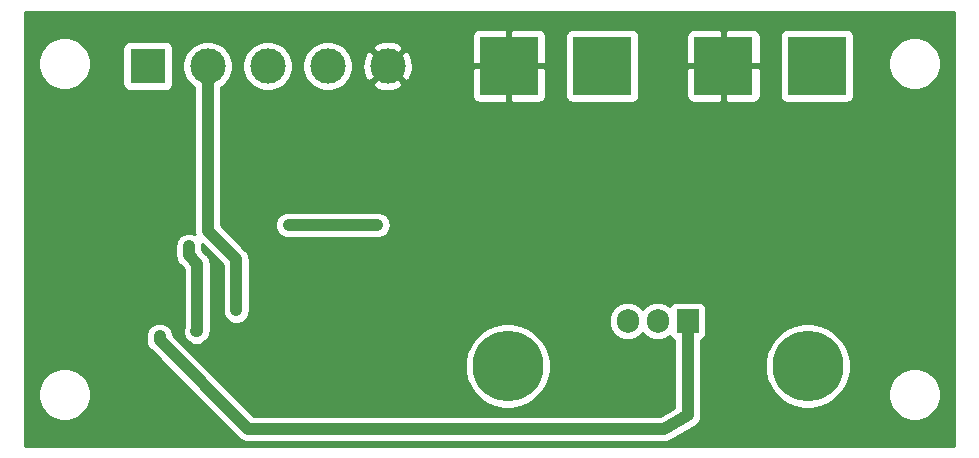
<source format=gbr>
G04 #@! TF.GenerationSoftware,KiCad,Pcbnew,(5.1.2)-2*
G04 #@! TF.CreationDate,2019-08-17T13:58:46+01:00*
G04 #@! TF.ProjectId,Sequencer,53657175-656e-4636-9572-2e6b69636164,rev?*
G04 #@! TF.SameCoordinates,Original*
G04 #@! TF.FileFunction,Copper,L2,Bot*
G04 #@! TF.FilePolarity,Positive*
%FSLAX46Y46*%
G04 Gerber Fmt 4.6, Leading zero omitted, Abs format (unit mm)*
G04 Created by KiCad (PCBNEW (5.1.2)-2) date 2019-08-17 13:58:46*
%MOMM*%
%LPD*%
G04 APERTURE LIST*
%ADD10R,5.000000X5.000000*%
%ADD11O,1.905000X2.000000*%
%ADD12R,1.905000X2.000000*%
%ADD13C,3.000000*%
%ADD14R,3.000000X3.000000*%
%ADD15C,6.000000*%
%ADD16C,0.800000*%
%ADD17C,1.000000*%
%ADD18C,0.254000*%
G04 APERTURE END LIST*
D10*
X137554000Y-76200000D03*
X129654000Y-76200000D03*
X147815000Y-76200000D03*
X155715000Y-76200000D03*
D11*
X139700000Y-97790000D03*
X142240000Y-97790000D03*
D12*
X144780000Y-97790000D03*
D13*
X104140000Y-76200000D03*
X109220000Y-76200000D03*
D14*
X99060000Y-76200000D03*
D13*
X114300000Y-76200000D03*
X119380000Y-76200000D03*
D15*
X129540000Y-101600000D03*
X154940000Y-101600000D03*
D16*
X101854000Y-83693000D03*
X107696000Y-89916000D03*
X110871000Y-92964000D03*
X110871000Y-92964000D03*
X108204000Y-103759000D03*
X117983000Y-99314000D03*
X117983000Y-98552000D03*
X100076000Y-83693000D03*
X100076000Y-84582000D03*
X100965000Y-84582000D03*
X101854000Y-84582000D03*
X100965000Y-83693000D03*
X141732000Y-83439000D03*
X117856000Y-86360000D03*
X105283000Y-98679000D03*
X108204000Y-104521000D03*
X102537500Y-91440000D03*
X103190000Y-98663000D03*
X131318000Y-85090000D03*
X149860000Y-84836000D03*
X149860000Y-83820000D03*
X149860000Y-82804000D03*
X131318000Y-83058000D03*
X131318000Y-84074000D03*
X141732000Y-84201000D03*
X118490000Y-89662000D03*
X110998000Y-89662000D03*
X100076000Y-99060000D03*
X106553000Y-96901000D03*
D17*
X102537500Y-92240000D02*
X103251000Y-92953500D01*
X102537500Y-91440000D02*
X102537500Y-92240000D01*
X103251000Y-92953500D02*
X103251000Y-98602000D01*
X103251000Y-98602000D02*
X103190000Y-98663000D01*
X118490000Y-89662000D02*
X110998000Y-89662000D01*
X104140000Y-76200000D02*
X104140000Y-78321320D01*
X104140000Y-78321320D02*
X104140000Y-90170000D01*
X104140000Y-90170000D02*
X106553000Y-92583000D01*
X106553000Y-92583000D02*
X106553000Y-96901000D01*
X106553000Y-96901000D02*
X106553000Y-96901000D01*
X100076000Y-99441000D02*
X100076000Y-99060000D01*
X107569000Y-106934000D02*
X100076000Y-99441000D01*
X142748000Y-106934000D02*
X107569000Y-106934000D01*
X144780000Y-97790000D02*
X144780000Y-105791000D01*
X144780000Y-105791000D02*
X142748000Y-106934000D01*
D18*
G36*
X167340000Y-108340000D02*
G01*
X88660000Y-108340000D01*
X88660000Y-103779872D01*
X89765000Y-103779872D01*
X89765000Y-104220128D01*
X89850890Y-104651925D01*
X90019369Y-105058669D01*
X90263962Y-105424729D01*
X90575271Y-105736038D01*
X90941331Y-105980631D01*
X91348075Y-106149110D01*
X91779872Y-106235000D01*
X92220128Y-106235000D01*
X92651925Y-106149110D01*
X93058669Y-105980631D01*
X93424729Y-105736038D01*
X93736038Y-105424729D01*
X93980631Y-105058669D01*
X94149110Y-104651925D01*
X94235000Y-104220128D01*
X94235000Y-103779872D01*
X94149110Y-103348075D01*
X93980631Y-102941331D01*
X93736038Y-102575271D01*
X93424729Y-102263962D01*
X93058669Y-102019369D01*
X92651925Y-101850890D01*
X92220128Y-101765000D01*
X91779872Y-101765000D01*
X91348075Y-101850890D01*
X90941331Y-102019369D01*
X90575271Y-102263962D01*
X90263962Y-102575271D01*
X90019369Y-102941331D01*
X89850890Y-103348075D01*
X89765000Y-103779872D01*
X88660000Y-103779872D01*
X88660000Y-99441000D01*
X98935509Y-99441000D01*
X98941000Y-99496751D01*
X98957423Y-99663498D01*
X99022324Y-99877446D01*
X99127716Y-100074623D01*
X99269551Y-100247449D01*
X99312865Y-100282996D01*
X106727009Y-107697141D01*
X106762551Y-107740449D01*
X106935377Y-107882284D01*
X107132553Y-107987676D01*
X107279496Y-108032251D01*
X107346500Y-108052577D01*
X107367493Y-108054644D01*
X107513248Y-108069000D01*
X107513255Y-108069000D01*
X107568999Y-108074490D01*
X107624743Y-108069000D01*
X142648536Y-108069000D01*
X142660657Y-108071141D01*
X142760150Y-108069000D01*
X142803752Y-108069000D01*
X142815942Y-108067799D01*
X142884179Y-108066331D01*
X142926919Y-108056869D01*
X142970499Y-108052577D01*
X143035832Y-108032758D01*
X143102470Y-108018006D01*
X143142546Y-108000387D01*
X143184447Y-107987676D01*
X143244653Y-107955496D01*
X143255854Y-107950571D01*
X143293813Y-107929219D01*
X143381623Y-107882284D01*
X143391143Y-107874471D01*
X145325847Y-106786201D01*
X145413623Y-106739284D01*
X145466391Y-106695978D01*
X145522319Y-106656842D01*
X145552603Y-106625225D01*
X145586449Y-106597449D01*
X145629758Y-106544676D01*
X145676972Y-106495386D01*
X145700505Y-106458472D01*
X145728284Y-106424623D01*
X145760462Y-106364421D01*
X145797157Y-106306861D01*
X145813039Y-106266057D01*
X145833676Y-106227447D01*
X145853492Y-106162122D01*
X145878251Y-106098511D01*
X145885866Y-106055402D01*
X145898577Y-106013499D01*
X145905269Y-105945556D01*
X145917141Y-105878344D01*
X145915000Y-105778851D01*
X145915000Y-101241984D01*
X151305000Y-101241984D01*
X151305000Y-101958016D01*
X151444691Y-102660290D01*
X151718705Y-103321818D01*
X152116511Y-103917177D01*
X152622823Y-104423489D01*
X153218182Y-104821295D01*
X153879710Y-105095309D01*
X154581984Y-105235000D01*
X155298016Y-105235000D01*
X156000290Y-105095309D01*
X156661818Y-104821295D01*
X157257177Y-104423489D01*
X157763489Y-103917177D01*
X157855233Y-103779872D01*
X161765000Y-103779872D01*
X161765000Y-104220128D01*
X161850890Y-104651925D01*
X162019369Y-105058669D01*
X162263962Y-105424729D01*
X162575271Y-105736038D01*
X162941331Y-105980631D01*
X163348075Y-106149110D01*
X163779872Y-106235000D01*
X164220128Y-106235000D01*
X164651925Y-106149110D01*
X165058669Y-105980631D01*
X165424729Y-105736038D01*
X165736038Y-105424729D01*
X165980631Y-105058669D01*
X166149110Y-104651925D01*
X166235000Y-104220128D01*
X166235000Y-103779872D01*
X166149110Y-103348075D01*
X165980631Y-102941331D01*
X165736038Y-102575271D01*
X165424729Y-102263962D01*
X165058669Y-102019369D01*
X164651925Y-101850890D01*
X164220128Y-101765000D01*
X163779872Y-101765000D01*
X163348075Y-101850890D01*
X162941331Y-102019369D01*
X162575271Y-102263962D01*
X162263962Y-102575271D01*
X162019369Y-102941331D01*
X161850890Y-103348075D01*
X161765000Y-103779872D01*
X157855233Y-103779872D01*
X158161295Y-103321818D01*
X158435309Y-102660290D01*
X158575000Y-101958016D01*
X158575000Y-101241984D01*
X158435309Y-100539710D01*
X158161295Y-99878182D01*
X157763489Y-99282823D01*
X157257177Y-98776511D01*
X156661818Y-98378705D01*
X156000290Y-98104691D01*
X155298016Y-97965000D01*
X154581984Y-97965000D01*
X153879710Y-98104691D01*
X153218182Y-98378705D01*
X152622823Y-98776511D01*
X152116511Y-99282823D01*
X151718705Y-99878182D01*
X151444691Y-100539710D01*
X151305000Y-101241984D01*
X145915000Y-101241984D01*
X145915000Y-99398212D01*
X145976680Y-99379502D01*
X146086994Y-99320537D01*
X146183685Y-99241185D01*
X146263037Y-99144494D01*
X146322002Y-99034180D01*
X146358312Y-98914482D01*
X146370572Y-98790000D01*
X146370572Y-96790000D01*
X146358312Y-96665518D01*
X146322002Y-96545820D01*
X146263037Y-96435506D01*
X146183685Y-96338815D01*
X146086994Y-96259463D01*
X145976680Y-96200498D01*
X145856982Y-96164188D01*
X145732500Y-96151928D01*
X143827500Y-96151928D01*
X143703018Y-96164188D01*
X143583320Y-96200498D01*
X143473006Y-96259463D01*
X143376315Y-96338815D01*
X143296963Y-96435506D01*
X143252095Y-96519446D01*
X143126235Y-96416155D01*
X142850449Y-96268745D01*
X142551204Y-96177970D01*
X142240000Y-96147319D01*
X141928797Y-96177970D01*
X141629552Y-96268745D01*
X141353766Y-96416155D01*
X141112037Y-96614537D01*
X140970000Y-96787609D01*
X140827963Y-96614537D01*
X140586235Y-96416155D01*
X140310449Y-96268745D01*
X140011204Y-96177970D01*
X139700000Y-96147319D01*
X139388797Y-96177970D01*
X139089552Y-96268745D01*
X138813766Y-96416155D01*
X138572037Y-96614537D01*
X138373655Y-96856265D01*
X138226245Y-97132051D01*
X138135470Y-97431296D01*
X138112500Y-97664514D01*
X138112500Y-97915485D01*
X138135470Y-98148703D01*
X138226245Y-98447948D01*
X138373655Y-98723734D01*
X138572037Y-98965463D01*
X138813765Y-99163845D01*
X139089551Y-99311255D01*
X139388796Y-99402030D01*
X139700000Y-99432681D01*
X140011203Y-99402030D01*
X140310448Y-99311255D01*
X140586234Y-99163845D01*
X140827963Y-98965463D01*
X140970000Y-98792391D01*
X141112037Y-98965463D01*
X141353765Y-99163845D01*
X141629551Y-99311255D01*
X141928796Y-99402030D01*
X142240000Y-99432681D01*
X142551203Y-99402030D01*
X142850448Y-99311255D01*
X143126234Y-99163845D01*
X143252095Y-99060553D01*
X143296963Y-99144494D01*
X143376315Y-99241185D01*
X143473006Y-99320537D01*
X143583320Y-99379502D01*
X143645000Y-99398212D01*
X143645001Y-105127198D01*
X142450686Y-105799000D01*
X108039132Y-105799000D01*
X103482116Y-101241984D01*
X125905000Y-101241984D01*
X125905000Y-101958016D01*
X126044691Y-102660290D01*
X126318705Y-103321818D01*
X126716511Y-103917177D01*
X127222823Y-104423489D01*
X127818182Y-104821295D01*
X128479710Y-105095309D01*
X129181984Y-105235000D01*
X129898016Y-105235000D01*
X130600290Y-105095309D01*
X131261818Y-104821295D01*
X131857177Y-104423489D01*
X132363489Y-103917177D01*
X132761295Y-103321818D01*
X133035309Y-102660290D01*
X133175000Y-101958016D01*
X133175000Y-101241984D01*
X133035309Y-100539710D01*
X132761295Y-99878182D01*
X132363489Y-99282823D01*
X131857177Y-98776511D01*
X131261818Y-98378705D01*
X130600290Y-98104691D01*
X129898016Y-97965000D01*
X129181984Y-97965000D01*
X128479710Y-98104691D01*
X127818182Y-98378705D01*
X127222823Y-98776511D01*
X126716511Y-99282823D01*
X126318705Y-99878182D01*
X126044691Y-100539710D01*
X125905000Y-101241984D01*
X103482116Y-101241984D01*
X101207353Y-98967222D01*
X101194577Y-98837502D01*
X101129676Y-98623554D01*
X101024284Y-98426377D01*
X100882449Y-98253551D01*
X100709623Y-98111716D01*
X100512447Y-98006324D01*
X100298499Y-97941423D01*
X100076000Y-97919509D01*
X99853502Y-97941423D01*
X99639554Y-98006324D01*
X99442378Y-98111716D01*
X99269552Y-98253551D01*
X99127717Y-98426377D01*
X99022324Y-98623553D01*
X98957423Y-98837501D01*
X98941000Y-99004248D01*
X98941000Y-99385249D01*
X98935509Y-99441000D01*
X88660000Y-99441000D01*
X88660000Y-92240000D01*
X101397009Y-92240000D01*
X101402500Y-92295751D01*
X101402500Y-92295752D01*
X101418923Y-92462499D01*
X101483824Y-92676447D01*
X101589217Y-92873623D01*
X101731052Y-93046449D01*
X101774360Y-93081991D01*
X102116000Y-93423631D01*
X102116001Y-98293550D01*
X102071423Y-98440502D01*
X102049509Y-98663000D01*
X102071423Y-98885498D01*
X102136324Y-99099446D01*
X102241717Y-99296622D01*
X102383552Y-99469448D01*
X102556378Y-99611283D01*
X102753554Y-99716676D01*
X102967502Y-99781577D01*
X103190000Y-99803491D01*
X103412498Y-99781577D01*
X103626446Y-99716676D01*
X103823622Y-99611283D01*
X103953143Y-99504988D01*
X104014135Y-99443996D01*
X104057449Y-99408449D01*
X104199284Y-99235623D01*
X104304676Y-99038447D01*
X104369577Y-98824499D01*
X104386000Y-98657752D01*
X104391491Y-98602001D01*
X104386000Y-98546249D01*
X104386000Y-93009241D01*
X104391490Y-92953499D01*
X104386000Y-92897757D01*
X104386000Y-92897748D01*
X104369577Y-92731001D01*
X104304676Y-92517053D01*
X104199284Y-92319877D01*
X104057449Y-92147051D01*
X104014135Y-92111504D01*
X103672500Y-91769869D01*
X103672500Y-91384248D01*
X103664130Y-91299261D01*
X105418000Y-93053132D01*
X105418001Y-96845238D01*
X105412509Y-96901000D01*
X105434423Y-97123499D01*
X105499324Y-97337447D01*
X105604716Y-97534623D01*
X105746551Y-97707449D01*
X105919377Y-97849284D01*
X106116553Y-97954676D01*
X106330501Y-98019577D01*
X106497248Y-98036000D01*
X106497249Y-98036000D01*
X106553000Y-98041491D01*
X106775499Y-98019577D01*
X106989447Y-97954676D01*
X107186623Y-97849284D01*
X107359449Y-97707449D01*
X107501284Y-97534623D01*
X107606676Y-97337447D01*
X107671577Y-97123499D01*
X107688000Y-96956752D01*
X107693491Y-96901000D01*
X107688000Y-96845248D01*
X107688000Y-92638741D01*
X107693490Y-92582999D01*
X107688000Y-92527257D01*
X107688000Y-92527248D01*
X107671577Y-92360501D01*
X107606676Y-92146553D01*
X107501284Y-91949377D01*
X107359449Y-91776551D01*
X107316141Y-91741009D01*
X105275000Y-89699869D01*
X105275000Y-89662000D01*
X109857509Y-89662000D01*
X109879423Y-89884499D01*
X109944324Y-90098447D01*
X110049716Y-90295623D01*
X110191551Y-90468449D01*
X110364377Y-90610284D01*
X110561553Y-90715676D01*
X110775501Y-90780577D01*
X110942248Y-90797000D01*
X118545752Y-90797000D01*
X118712499Y-90780577D01*
X118926447Y-90715676D01*
X119123623Y-90610284D01*
X119296449Y-90468449D01*
X119438284Y-90295623D01*
X119543676Y-90098447D01*
X119608577Y-89884499D01*
X119630491Y-89662000D01*
X119608577Y-89439501D01*
X119543676Y-89225553D01*
X119438284Y-89028377D01*
X119296449Y-88855551D01*
X119123623Y-88713716D01*
X118926447Y-88608324D01*
X118712499Y-88543423D01*
X118545752Y-88527000D01*
X110942248Y-88527000D01*
X110775501Y-88543423D01*
X110561553Y-88608324D01*
X110364377Y-88713716D01*
X110191551Y-88855551D01*
X110049716Y-89028377D01*
X109944324Y-89225553D01*
X109879423Y-89439501D01*
X109857509Y-89662000D01*
X105275000Y-89662000D01*
X105275000Y-78700000D01*
X126515928Y-78700000D01*
X126528188Y-78824482D01*
X126564498Y-78944180D01*
X126623463Y-79054494D01*
X126702815Y-79151185D01*
X126799506Y-79230537D01*
X126909820Y-79289502D01*
X127029518Y-79325812D01*
X127154000Y-79338072D01*
X129368250Y-79335000D01*
X129527000Y-79176250D01*
X129527000Y-76327000D01*
X129781000Y-76327000D01*
X129781000Y-79176250D01*
X129939750Y-79335000D01*
X132154000Y-79338072D01*
X132278482Y-79325812D01*
X132398180Y-79289502D01*
X132508494Y-79230537D01*
X132605185Y-79151185D01*
X132684537Y-79054494D01*
X132743502Y-78944180D01*
X132779812Y-78824482D01*
X132792072Y-78700000D01*
X132789000Y-76485750D01*
X132630250Y-76327000D01*
X129781000Y-76327000D01*
X129527000Y-76327000D01*
X126677750Y-76327000D01*
X126519000Y-76485750D01*
X126515928Y-78700000D01*
X105275000Y-78700000D01*
X105275000Y-78009360D01*
X105500983Y-77858363D01*
X105798363Y-77560983D01*
X106032012Y-77211302D01*
X106192953Y-76822756D01*
X106275000Y-76410279D01*
X106275000Y-75989721D01*
X107085000Y-75989721D01*
X107085000Y-76410279D01*
X107167047Y-76822756D01*
X107327988Y-77211302D01*
X107561637Y-77560983D01*
X107859017Y-77858363D01*
X108208698Y-78092012D01*
X108597244Y-78252953D01*
X109009721Y-78335000D01*
X109430279Y-78335000D01*
X109842756Y-78252953D01*
X110231302Y-78092012D01*
X110580983Y-77858363D01*
X110878363Y-77560983D01*
X111112012Y-77211302D01*
X111272953Y-76822756D01*
X111355000Y-76410279D01*
X111355000Y-75989721D01*
X112165000Y-75989721D01*
X112165000Y-76410279D01*
X112247047Y-76822756D01*
X112407988Y-77211302D01*
X112641637Y-77560983D01*
X112939017Y-77858363D01*
X113288698Y-78092012D01*
X113677244Y-78252953D01*
X114089721Y-78335000D01*
X114510279Y-78335000D01*
X114922756Y-78252953D01*
X115311302Y-78092012D01*
X115660983Y-77858363D01*
X115827693Y-77691653D01*
X118067952Y-77691653D01*
X118223962Y-78007214D01*
X118598745Y-78198020D01*
X119003551Y-78312044D01*
X119422824Y-78344902D01*
X119840451Y-78295334D01*
X120240383Y-78165243D01*
X120536038Y-78007214D01*
X120692048Y-77691653D01*
X119380000Y-76379605D01*
X118067952Y-77691653D01*
X115827693Y-77691653D01*
X115958363Y-77560983D01*
X116192012Y-77211302D01*
X116352953Y-76822756D01*
X116435000Y-76410279D01*
X116435000Y-76242824D01*
X117235098Y-76242824D01*
X117284666Y-76660451D01*
X117414757Y-77060383D01*
X117572786Y-77356038D01*
X117888347Y-77512048D01*
X119200395Y-76200000D01*
X119559605Y-76200000D01*
X120871653Y-77512048D01*
X121187214Y-77356038D01*
X121378020Y-76981255D01*
X121492044Y-76576449D01*
X121524902Y-76157176D01*
X121475334Y-75739549D01*
X121345243Y-75339617D01*
X121187214Y-75043962D01*
X120871653Y-74887952D01*
X119559605Y-76200000D01*
X119200395Y-76200000D01*
X117888347Y-74887952D01*
X117572786Y-75043962D01*
X117381980Y-75418745D01*
X117267956Y-75823551D01*
X117235098Y-76242824D01*
X116435000Y-76242824D01*
X116435000Y-75989721D01*
X116352953Y-75577244D01*
X116192012Y-75188698D01*
X115958363Y-74839017D01*
X115827693Y-74708347D01*
X118067952Y-74708347D01*
X119380000Y-76020395D01*
X120692048Y-74708347D01*
X120536038Y-74392786D01*
X120161255Y-74201980D01*
X119756449Y-74087956D01*
X119337176Y-74055098D01*
X118919549Y-74104666D01*
X118519617Y-74234757D01*
X118223962Y-74392786D01*
X118067952Y-74708347D01*
X115827693Y-74708347D01*
X115660983Y-74541637D01*
X115311302Y-74307988D01*
X114922756Y-74147047D01*
X114510279Y-74065000D01*
X114089721Y-74065000D01*
X113677244Y-74147047D01*
X113288698Y-74307988D01*
X112939017Y-74541637D01*
X112641637Y-74839017D01*
X112407988Y-75188698D01*
X112247047Y-75577244D01*
X112165000Y-75989721D01*
X111355000Y-75989721D01*
X111272953Y-75577244D01*
X111112012Y-75188698D01*
X110878363Y-74839017D01*
X110580983Y-74541637D01*
X110231302Y-74307988D01*
X109842756Y-74147047D01*
X109430279Y-74065000D01*
X109009721Y-74065000D01*
X108597244Y-74147047D01*
X108208698Y-74307988D01*
X107859017Y-74541637D01*
X107561637Y-74839017D01*
X107327988Y-75188698D01*
X107167047Y-75577244D01*
X107085000Y-75989721D01*
X106275000Y-75989721D01*
X106192953Y-75577244D01*
X106032012Y-75188698D01*
X105798363Y-74839017D01*
X105500983Y-74541637D01*
X105151302Y-74307988D01*
X104762756Y-74147047D01*
X104350279Y-74065000D01*
X103929721Y-74065000D01*
X103517244Y-74147047D01*
X103128698Y-74307988D01*
X102779017Y-74541637D01*
X102481637Y-74839017D01*
X102247988Y-75188698D01*
X102087047Y-75577244D01*
X102005000Y-75989721D01*
X102005000Y-76410279D01*
X102087047Y-76822756D01*
X102247988Y-77211302D01*
X102481637Y-77560983D01*
X102779017Y-77858363D01*
X103005001Y-78009360D01*
X103005001Y-78265559D01*
X103005000Y-78265569D01*
X103005001Y-90114239D01*
X102999509Y-90170000D01*
X103021423Y-90392498D01*
X103028375Y-90415417D01*
X102973946Y-90386324D01*
X102759998Y-90321423D01*
X102537500Y-90299509D01*
X102315001Y-90321423D01*
X102101053Y-90386324D01*
X101903877Y-90491716D01*
X101731051Y-90633551D01*
X101589216Y-90806377D01*
X101483824Y-91003554D01*
X101418923Y-91217502D01*
X101402500Y-91384249D01*
X101402500Y-92184249D01*
X101397009Y-92240000D01*
X88660000Y-92240000D01*
X88660000Y-75779872D01*
X89765000Y-75779872D01*
X89765000Y-76220128D01*
X89850890Y-76651925D01*
X90019369Y-77058669D01*
X90263962Y-77424729D01*
X90575271Y-77736038D01*
X90941331Y-77980631D01*
X91348075Y-78149110D01*
X91779872Y-78235000D01*
X92220128Y-78235000D01*
X92651925Y-78149110D01*
X93058669Y-77980631D01*
X93424729Y-77736038D01*
X93736038Y-77424729D01*
X93980631Y-77058669D01*
X94149110Y-76651925D01*
X94235000Y-76220128D01*
X94235000Y-75779872D01*
X94149110Y-75348075D01*
X93980631Y-74941331D01*
X93819380Y-74700000D01*
X96921928Y-74700000D01*
X96921928Y-77700000D01*
X96934188Y-77824482D01*
X96970498Y-77944180D01*
X97029463Y-78054494D01*
X97108815Y-78151185D01*
X97205506Y-78230537D01*
X97315820Y-78289502D01*
X97435518Y-78325812D01*
X97560000Y-78338072D01*
X100560000Y-78338072D01*
X100684482Y-78325812D01*
X100804180Y-78289502D01*
X100914494Y-78230537D01*
X101011185Y-78151185D01*
X101090537Y-78054494D01*
X101149502Y-77944180D01*
X101185812Y-77824482D01*
X101198072Y-77700000D01*
X101198072Y-74700000D01*
X101185812Y-74575518D01*
X101149502Y-74455820D01*
X101090537Y-74345506D01*
X101011185Y-74248815D01*
X100914494Y-74169463D01*
X100804180Y-74110498D01*
X100684482Y-74074188D01*
X100560000Y-74061928D01*
X97560000Y-74061928D01*
X97435518Y-74074188D01*
X97315820Y-74110498D01*
X97205506Y-74169463D01*
X97108815Y-74248815D01*
X97029463Y-74345506D01*
X96970498Y-74455820D01*
X96934188Y-74575518D01*
X96921928Y-74700000D01*
X93819380Y-74700000D01*
X93736038Y-74575271D01*
X93424729Y-74263962D01*
X93058669Y-74019369D01*
X92651925Y-73850890D01*
X92220128Y-73765000D01*
X91779872Y-73765000D01*
X91348075Y-73850890D01*
X90941331Y-74019369D01*
X90575271Y-74263962D01*
X90263962Y-74575271D01*
X90019369Y-74941331D01*
X89850890Y-75348075D01*
X89765000Y-75779872D01*
X88660000Y-75779872D01*
X88660000Y-73700000D01*
X126515928Y-73700000D01*
X126519000Y-75914250D01*
X126677750Y-76073000D01*
X129527000Y-76073000D01*
X129527000Y-73223750D01*
X129781000Y-73223750D01*
X129781000Y-76073000D01*
X132630250Y-76073000D01*
X132789000Y-75914250D01*
X132792072Y-73700000D01*
X134415928Y-73700000D01*
X134415928Y-78700000D01*
X134428188Y-78824482D01*
X134464498Y-78944180D01*
X134523463Y-79054494D01*
X134602815Y-79151185D01*
X134699506Y-79230537D01*
X134809820Y-79289502D01*
X134929518Y-79325812D01*
X135054000Y-79338072D01*
X140054000Y-79338072D01*
X140178482Y-79325812D01*
X140298180Y-79289502D01*
X140408494Y-79230537D01*
X140505185Y-79151185D01*
X140584537Y-79054494D01*
X140643502Y-78944180D01*
X140679812Y-78824482D01*
X140692072Y-78700000D01*
X144676928Y-78700000D01*
X144689188Y-78824482D01*
X144725498Y-78944180D01*
X144784463Y-79054494D01*
X144863815Y-79151185D01*
X144960506Y-79230537D01*
X145070820Y-79289502D01*
X145190518Y-79325812D01*
X145315000Y-79338072D01*
X147529250Y-79335000D01*
X147688000Y-79176250D01*
X147688000Y-76327000D01*
X147942000Y-76327000D01*
X147942000Y-79176250D01*
X148100750Y-79335000D01*
X150315000Y-79338072D01*
X150439482Y-79325812D01*
X150559180Y-79289502D01*
X150669494Y-79230537D01*
X150766185Y-79151185D01*
X150845537Y-79054494D01*
X150904502Y-78944180D01*
X150940812Y-78824482D01*
X150953072Y-78700000D01*
X150950000Y-76485750D01*
X150791250Y-76327000D01*
X147942000Y-76327000D01*
X147688000Y-76327000D01*
X144838750Y-76327000D01*
X144680000Y-76485750D01*
X144676928Y-78700000D01*
X140692072Y-78700000D01*
X140692072Y-73700000D01*
X144676928Y-73700000D01*
X144680000Y-75914250D01*
X144838750Y-76073000D01*
X147688000Y-76073000D01*
X147688000Y-73223750D01*
X147942000Y-73223750D01*
X147942000Y-76073000D01*
X150791250Y-76073000D01*
X150950000Y-75914250D01*
X150953072Y-73700000D01*
X152576928Y-73700000D01*
X152576928Y-78700000D01*
X152589188Y-78824482D01*
X152625498Y-78944180D01*
X152684463Y-79054494D01*
X152763815Y-79151185D01*
X152860506Y-79230537D01*
X152970820Y-79289502D01*
X153090518Y-79325812D01*
X153215000Y-79338072D01*
X158215000Y-79338072D01*
X158339482Y-79325812D01*
X158459180Y-79289502D01*
X158569494Y-79230537D01*
X158666185Y-79151185D01*
X158745537Y-79054494D01*
X158804502Y-78944180D01*
X158840812Y-78824482D01*
X158853072Y-78700000D01*
X158853072Y-75779872D01*
X161765000Y-75779872D01*
X161765000Y-76220128D01*
X161850890Y-76651925D01*
X162019369Y-77058669D01*
X162263962Y-77424729D01*
X162575271Y-77736038D01*
X162941331Y-77980631D01*
X163348075Y-78149110D01*
X163779872Y-78235000D01*
X164220128Y-78235000D01*
X164651925Y-78149110D01*
X165058669Y-77980631D01*
X165424729Y-77736038D01*
X165736038Y-77424729D01*
X165980631Y-77058669D01*
X166149110Y-76651925D01*
X166235000Y-76220128D01*
X166235000Y-75779872D01*
X166149110Y-75348075D01*
X165980631Y-74941331D01*
X165736038Y-74575271D01*
X165424729Y-74263962D01*
X165058669Y-74019369D01*
X164651925Y-73850890D01*
X164220128Y-73765000D01*
X163779872Y-73765000D01*
X163348075Y-73850890D01*
X162941331Y-74019369D01*
X162575271Y-74263962D01*
X162263962Y-74575271D01*
X162019369Y-74941331D01*
X161850890Y-75348075D01*
X161765000Y-75779872D01*
X158853072Y-75779872D01*
X158853072Y-73700000D01*
X158840812Y-73575518D01*
X158804502Y-73455820D01*
X158745537Y-73345506D01*
X158666185Y-73248815D01*
X158569494Y-73169463D01*
X158459180Y-73110498D01*
X158339482Y-73074188D01*
X158215000Y-73061928D01*
X153215000Y-73061928D01*
X153090518Y-73074188D01*
X152970820Y-73110498D01*
X152860506Y-73169463D01*
X152763815Y-73248815D01*
X152684463Y-73345506D01*
X152625498Y-73455820D01*
X152589188Y-73575518D01*
X152576928Y-73700000D01*
X150953072Y-73700000D01*
X150940812Y-73575518D01*
X150904502Y-73455820D01*
X150845537Y-73345506D01*
X150766185Y-73248815D01*
X150669494Y-73169463D01*
X150559180Y-73110498D01*
X150439482Y-73074188D01*
X150315000Y-73061928D01*
X148100750Y-73065000D01*
X147942000Y-73223750D01*
X147688000Y-73223750D01*
X147529250Y-73065000D01*
X145315000Y-73061928D01*
X145190518Y-73074188D01*
X145070820Y-73110498D01*
X144960506Y-73169463D01*
X144863815Y-73248815D01*
X144784463Y-73345506D01*
X144725498Y-73455820D01*
X144689188Y-73575518D01*
X144676928Y-73700000D01*
X140692072Y-73700000D01*
X140679812Y-73575518D01*
X140643502Y-73455820D01*
X140584537Y-73345506D01*
X140505185Y-73248815D01*
X140408494Y-73169463D01*
X140298180Y-73110498D01*
X140178482Y-73074188D01*
X140054000Y-73061928D01*
X135054000Y-73061928D01*
X134929518Y-73074188D01*
X134809820Y-73110498D01*
X134699506Y-73169463D01*
X134602815Y-73248815D01*
X134523463Y-73345506D01*
X134464498Y-73455820D01*
X134428188Y-73575518D01*
X134415928Y-73700000D01*
X132792072Y-73700000D01*
X132779812Y-73575518D01*
X132743502Y-73455820D01*
X132684537Y-73345506D01*
X132605185Y-73248815D01*
X132508494Y-73169463D01*
X132398180Y-73110498D01*
X132278482Y-73074188D01*
X132154000Y-73061928D01*
X129939750Y-73065000D01*
X129781000Y-73223750D01*
X129527000Y-73223750D01*
X129368250Y-73065000D01*
X127154000Y-73061928D01*
X127029518Y-73074188D01*
X126909820Y-73110498D01*
X126799506Y-73169463D01*
X126702815Y-73248815D01*
X126623463Y-73345506D01*
X126564498Y-73455820D01*
X126528188Y-73575518D01*
X126515928Y-73700000D01*
X88660000Y-73700000D01*
X88660000Y-71660000D01*
X167340001Y-71660000D01*
X167340000Y-108340000D01*
X167340000Y-108340000D01*
G37*
X167340000Y-108340000D02*
X88660000Y-108340000D01*
X88660000Y-103779872D01*
X89765000Y-103779872D01*
X89765000Y-104220128D01*
X89850890Y-104651925D01*
X90019369Y-105058669D01*
X90263962Y-105424729D01*
X90575271Y-105736038D01*
X90941331Y-105980631D01*
X91348075Y-106149110D01*
X91779872Y-106235000D01*
X92220128Y-106235000D01*
X92651925Y-106149110D01*
X93058669Y-105980631D01*
X93424729Y-105736038D01*
X93736038Y-105424729D01*
X93980631Y-105058669D01*
X94149110Y-104651925D01*
X94235000Y-104220128D01*
X94235000Y-103779872D01*
X94149110Y-103348075D01*
X93980631Y-102941331D01*
X93736038Y-102575271D01*
X93424729Y-102263962D01*
X93058669Y-102019369D01*
X92651925Y-101850890D01*
X92220128Y-101765000D01*
X91779872Y-101765000D01*
X91348075Y-101850890D01*
X90941331Y-102019369D01*
X90575271Y-102263962D01*
X90263962Y-102575271D01*
X90019369Y-102941331D01*
X89850890Y-103348075D01*
X89765000Y-103779872D01*
X88660000Y-103779872D01*
X88660000Y-99441000D01*
X98935509Y-99441000D01*
X98941000Y-99496751D01*
X98957423Y-99663498D01*
X99022324Y-99877446D01*
X99127716Y-100074623D01*
X99269551Y-100247449D01*
X99312865Y-100282996D01*
X106727009Y-107697141D01*
X106762551Y-107740449D01*
X106935377Y-107882284D01*
X107132553Y-107987676D01*
X107279496Y-108032251D01*
X107346500Y-108052577D01*
X107367493Y-108054644D01*
X107513248Y-108069000D01*
X107513255Y-108069000D01*
X107568999Y-108074490D01*
X107624743Y-108069000D01*
X142648536Y-108069000D01*
X142660657Y-108071141D01*
X142760150Y-108069000D01*
X142803752Y-108069000D01*
X142815942Y-108067799D01*
X142884179Y-108066331D01*
X142926919Y-108056869D01*
X142970499Y-108052577D01*
X143035832Y-108032758D01*
X143102470Y-108018006D01*
X143142546Y-108000387D01*
X143184447Y-107987676D01*
X143244653Y-107955496D01*
X143255854Y-107950571D01*
X143293813Y-107929219D01*
X143381623Y-107882284D01*
X143391143Y-107874471D01*
X145325847Y-106786201D01*
X145413623Y-106739284D01*
X145466391Y-106695978D01*
X145522319Y-106656842D01*
X145552603Y-106625225D01*
X145586449Y-106597449D01*
X145629758Y-106544676D01*
X145676972Y-106495386D01*
X145700505Y-106458472D01*
X145728284Y-106424623D01*
X145760462Y-106364421D01*
X145797157Y-106306861D01*
X145813039Y-106266057D01*
X145833676Y-106227447D01*
X145853492Y-106162122D01*
X145878251Y-106098511D01*
X145885866Y-106055402D01*
X145898577Y-106013499D01*
X145905269Y-105945556D01*
X145917141Y-105878344D01*
X145915000Y-105778851D01*
X145915000Y-101241984D01*
X151305000Y-101241984D01*
X151305000Y-101958016D01*
X151444691Y-102660290D01*
X151718705Y-103321818D01*
X152116511Y-103917177D01*
X152622823Y-104423489D01*
X153218182Y-104821295D01*
X153879710Y-105095309D01*
X154581984Y-105235000D01*
X155298016Y-105235000D01*
X156000290Y-105095309D01*
X156661818Y-104821295D01*
X157257177Y-104423489D01*
X157763489Y-103917177D01*
X157855233Y-103779872D01*
X161765000Y-103779872D01*
X161765000Y-104220128D01*
X161850890Y-104651925D01*
X162019369Y-105058669D01*
X162263962Y-105424729D01*
X162575271Y-105736038D01*
X162941331Y-105980631D01*
X163348075Y-106149110D01*
X163779872Y-106235000D01*
X164220128Y-106235000D01*
X164651925Y-106149110D01*
X165058669Y-105980631D01*
X165424729Y-105736038D01*
X165736038Y-105424729D01*
X165980631Y-105058669D01*
X166149110Y-104651925D01*
X166235000Y-104220128D01*
X166235000Y-103779872D01*
X166149110Y-103348075D01*
X165980631Y-102941331D01*
X165736038Y-102575271D01*
X165424729Y-102263962D01*
X165058669Y-102019369D01*
X164651925Y-101850890D01*
X164220128Y-101765000D01*
X163779872Y-101765000D01*
X163348075Y-101850890D01*
X162941331Y-102019369D01*
X162575271Y-102263962D01*
X162263962Y-102575271D01*
X162019369Y-102941331D01*
X161850890Y-103348075D01*
X161765000Y-103779872D01*
X157855233Y-103779872D01*
X158161295Y-103321818D01*
X158435309Y-102660290D01*
X158575000Y-101958016D01*
X158575000Y-101241984D01*
X158435309Y-100539710D01*
X158161295Y-99878182D01*
X157763489Y-99282823D01*
X157257177Y-98776511D01*
X156661818Y-98378705D01*
X156000290Y-98104691D01*
X155298016Y-97965000D01*
X154581984Y-97965000D01*
X153879710Y-98104691D01*
X153218182Y-98378705D01*
X152622823Y-98776511D01*
X152116511Y-99282823D01*
X151718705Y-99878182D01*
X151444691Y-100539710D01*
X151305000Y-101241984D01*
X145915000Y-101241984D01*
X145915000Y-99398212D01*
X145976680Y-99379502D01*
X146086994Y-99320537D01*
X146183685Y-99241185D01*
X146263037Y-99144494D01*
X146322002Y-99034180D01*
X146358312Y-98914482D01*
X146370572Y-98790000D01*
X146370572Y-96790000D01*
X146358312Y-96665518D01*
X146322002Y-96545820D01*
X146263037Y-96435506D01*
X146183685Y-96338815D01*
X146086994Y-96259463D01*
X145976680Y-96200498D01*
X145856982Y-96164188D01*
X145732500Y-96151928D01*
X143827500Y-96151928D01*
X143703018Y-96164188D01*
X143583320Y-96200498D01*
X143473006Y-96259463D01*
X143376315Y-96338815D01*
X143296963Y-96435506D01*
X143252095Y-96519446D01*
X143126235Y-96416155D01*
X142850449Y-96268745D01*
X142551204Y-96177970D01*
X142240000Y-96147319D01*
X141928797Y-96177970D01*
X141629552Y-96268745D01*
X141353766Y-96416155D01*
X141112037Y-96614537D01*
X140970000Y-96787609D01*
X140827963Y-96614537D01*
X140586235Y-96416155D01*
X140310449Y-96268745D01*
X140011204Y-96177970D01*
X139700000Y-96147319D01*
X139388797Y-96177970D01*
X139089552Y-96268745D01*
X138813766Y-96416155D01*
X138572037Y-96614537D01*
X138373655Y-96856265D01*
X138226245Y-97132051D01*
X138135470Y-97431296D01*
X138112500Y-97664514D01*
X138112500Y-97915485D01*
X138135470Y-98148703D01*
X138226245Y-98447948D01*
X138373655Y-98723734D01*
X138572037Y-98965463D01*
X138813765Y-99163845D01*
X139089551Y-99311255D01*
X139388796Y-99402030D01*
X139700000Y-99432681D01*
X140011203Y-99402030D01*
X140310448Y-99311255D01*
X140586234Y-99163845D01*
X140827963Y-98965463D01*
X140970000Y-98792391D01*
X141112037Y-98965463D01*
X141353765Y-99163845D01*
X141629551Y-99311255D01*
X141928796Y-99402030D01*
X142240000Y-99432681D01*
X142551203Y-99402030D01*
X142850448Y-99311255D01*
X143126234Y-99163845D01*
X143252095Y-99060553D01*
X143296963Y-99144494D01*
X143376315Y-99241185D01*
X143473006Y-99320537D01*
X143583320Y-99379502D01*
X143645000Y-99398212D01*
X143645001Y-105127198D01*
X142450686Y-105799000D01*
X108039132Y-105799000D01*
X103482116Y-101241984D01*
X125905000Y-101241984D01*
X125905000Y-101958016D01*
X126044691Y-102660290D01*
X126318705Y-103321818D01*
X126716511Y-103917177D01*
X127222823Y-104423489D01*
X127818182Y-104821295D01*
X128479710Y-105095309D01*
X129181984Y-105235000D01*
X129898016Y-105235000D01*
X130600290Y-105095309D01*
X131261818Y-104821295D01*
X131857177Y-104423489D01*
X132363489Y-103917177D01*
X132761295Y-103321818D01*
X133035309Y-102660290D01*
X133175000Y-101958016D01*
X133175000Y-101241984D01*
X133035309Y-100539710D01*
X132761295Y-99878182D01*
X132363489Y-99282823D01*
X131857177Y-98776511D01*
X131261818Y-98378705D01*
X130600290Y-98104691D01*
X129898016Y-97965000D01*
X129181984Y-97965000D01*
X128479710Y-98104691D01*
X127818182Y-98378705D01*
X127222823Y-98776511D01*
X126716511Y-99282823D01*
X126318705Y-99878182D01*
X126044691Y-100539710D01*
X125905000Y-101241984D01*
X103482116Y-101241984D01*
X101207353Y-98967222D01*
X101194577Y-98837502D01*
X101129676Y-98623554D01*
X101024284Y-98426377D01*
X100882449Y-98253551D01*
X100709623Y-98111716D01*
X100512447Y-98006324D01*
X100298499Y-97941423D01*
X100076000Y-97919509D01*
X99853502Y-97941423D01*
X99639554Y-98006324D01*
X99442378Y-98111716D01*
X99269552Y-98253551D01*
X99127717Y-98426377D01*
X99022324Y-98623553D01*
X98957423Y-98837501D01*
X98941000Y-99004248D01*
X98941000Y-99385249D01*
X98935509Y-99441000D01*
X88660000Y-99441000D01*
X88660000Y-92240000D01*
X101397009Y-92240000D01*
X101402500Y-92295751D01*
X101402500Y-92295752D01*
X101418923Y-92462499D01*
X101483824Y-92676447D01*
X101589217Y-92873623D01*
X101731052Y-93046449D01*
X101774360Y-93081991D01*
X102116000Y-93423631D01*
X102116001Y-98293550D01*
X102071423Y-98440502D01*
X102049509Y-98663000D01*
X102071423Y-98885498D01*
X102136324Y-99099446D01*
X102241717Y-99296622D01*
X102383552Y-99469448D01*
X102556378Y-99611283D01*
X102753554Y-99716676D01*
X102967502Y-99781577D01*
X103190000Y-99803491D01*
X103412498Y-99781577D01*
X103626446Y-99716676D01*
X103823622Y-99611283D01*
X103953143Y-99504988D01*
X104014135Y-99443996D01*
X104057449Y-99408449D01*
X104199284Y-99235623D01*
X104304676Y-99038447D01*
X104369577Y-98824499D01*
X104386000Y-98657752D01*
X104391491Y-98602001D01*
X104386000Y-98546249D01*
X104386000Y-93009241D01*
X104391490Y-92953499D01*
X104386000Y-92897757D01*
X104386000Y-92897748D01*
X104369577Y-92731001D01*
X104304676Y-92517053D01*
X104199284Y-92319877D01*
X104057449Y-92147051D01*
X104014135Y-92111504D01*
X103672500Y-91769869D01*
X103672500Y-91384248D01*
X103664130Y-91299261D01*
X105418000Y-93053132D01*
X105418001Y-96845238D01*
X105412509Y-96901000D01*
X105434423Y-97123499D01*
X105499324Y-97337447D01*
X105604716Y-97534623D01*
X105746551Y-97707449D01*
X105919377Y-97849284D01*
X106116553Y-97954676D01*
X106330501Y-98019577D01*
X106497248Y-98036000D01*
X106497249Y-98036000D01*
X106553000Y-98041491D01*
X106775499Y-98019577D01*
X106989447Y-97954676D01*
X107186623Y-97849284D01*
X107359449Y-97707449D01*
X107501284Y-97534623D01*
X107606676Y-97337447D01*
X107671577Y-97123499D01*
X107688000Y-96956752D01*
X107693491Y-96901000D01*
X107688000Y-96845248D01*
X107688000Y-92638741D01*
X107693490Y-92582999D01*
X107688000Y-92527257D01*
X107688000Y-92527248D01*
X107671577Y-92360501D01*
X107606676Y-92146553D01*
X107501284Y-91949377D01*
X107359449Y-91776551D01*
X107316141Y-91741009D01*
X105275000Y-89699869D01*
X105275000Y-89662000D01*
X109857509Y-89662000D01*
X109879423Y-89884499D01*
X109944324Y-90098447D01*
X110049716Y-90295623D01*
X110191551Y-90468449D01*
X110364377Y-90610284D01*
X110561553Y-90715676D01*
X110775501Y-90780577D01*
X110942248Y-90797000D01*
X118545752Y-90797000D01*
X118712499Y-90780577D01*
X118926447Y-90715676D01*
X119123623Y-90610284D01*
X119296449Y-90468449D01*
X119438284Y-90295623D01*
X119543676Y-90098447D01*
X119608577Y-89884499D01*
X119630491Y-89662000D01*
X119608577Y-89439501D01*
X119543676Y-89225553D01*
X119438284Y-89028377D01*
X119296449Y-88855551D01*
X119123623Y-88713716D01*
X118926447Y-88608324D01*
X118712499Y-88543423D01*
X118545752Y-88527000D01*
X110942248Y-88527000D01*
X110775501Y-88543423D01*
X110561553Y-88608324D01*
X110364377Y-88713716D01*
X110191551Y-88855551D01*
X110049716Y-89028377D01*
X109944324Y-89225553D01*
X109879423Y-89439501D01*
X109857509Y-89662000D01*
X105275000Y-89662000D01*
X105275000Y-78700000D01*
X126515928Y-78700000D01*
X126528188Y-78824482D01*
X126564498Y-78944180D01*
X126623463Y-79054494D01*
X126702815Y-79151185D01*
X126799506Y-79230537D01*
X126909820Y-79289502D01*
X127029518Y-79325812D01*
X127154000Y-79338072D01*
X129368250Y-79335000D01*
X129527000Y-79176250D01*
X129527000Y-76327000D01*
X129781000Y-76327000D01*
X129781000Y-79176250D01*
X129939750Y-79335000D01*
X132154000Y-79338072D01*
X132278482Y-79325812D01*
X132398180Y-79289502D01*
X132508494Y-79230537D01*
X132605185Y-79151185D01*
X132684537Y-79054494D01*
X132743502Y-78944180D01*
X132779812Y-78824482D01*
X132792072Y-78700000D01*
X132789000Y-76485750D01*
X132630250Y-76327000D01*
X129781000Y-76327000D01*
X129527000Y-76327000D01*
X126677750Y-76327000D01*
X126519000Y-76485750D01*
X126515928Y-78700000D01*
X105275000Y-78700000D01*
X105275000Y-78009360D01*
X105500983Y-77858363D01*
X105798363Y-77560983D01*
X106032012Y-77211302D01*
X106192953Y-76822756D01*
X106275000Y-76410279D01*
X106275000Y-75989721D01*
X107085000Y-75989721D01*
X107085000Y-76410279D01*
X107167047Y-76822756D01*
X107327988Y-77211302D01*
X107561637Y-77560983D01*
X107859017Y-77858363D01*
X108208698Y-78092012D01*
X108597244Y-78252953D01*
X109009721Y-78335000D01*
X109430279Y-78335000D01*
X109842756Y-78252953D01*
X110231302Y-78092012D01*
X110580983Y-77858363D01*
X110878363Y-77560983D01*
X111112012Y-77211302D01*
X111272953Y-76822756D01*
X111355000Y-76410279D01*
X111355000Y-75989721D01*
X112165000Y-75989721D01*
X112165000Y-76410279D01*
X112247047Y-76822756D01*
X112407988Y-77211302D01*
X112641637Y-77560983D01*
X112939017Y-77858363D01*
X113288698Y-78092012D01*
X113677244Y-78252953D01*
X114089721Y-78335000D01*
X114510279Y-78335000D01*
X114922756Y-78252953D01*
X115311302Y-78092012D01*
X115660983Y-77858363D01*
X115827693Y-77691653D01*
X118067952Y-77691653D01*
X118223962Y-78007214D01*
X118598745Y-78198020D01*
X119003551Y-78312044D01*
X119422824Y-78344902D01*
X119840451Y-78295334D01*
X120240383Y-78165243D01*
X120536038Y-78007214D01*
X120692048Y-77691653D01*
X119380000Y-76379605D01*
X118067952Y-77691653D01*
X115827693Y-77691653D01*
X115958363Y-77560983D01*
X116192012Y-77211302D01*
X116352953Y-76822756D01*
X116435000Y-76410279D01*
X116435000Y-76242824D01*
X117235098Y-76242824D01*
X117284666Y-76660451D01*
X117414757Y-77060383D01*
X117572786Y-77356038D01*
X117888347Y-77512048D01*
X119200395Y-76200000D01*
X119559605Y-76200000D01*
X120871653Y-77512048D01*
X121187214Y-77356038D01*
X121378020Y-76981255D01*
X121492044Y-76576449D01*
X121524902Y-76157176D01*
X121475334Y-75739549D01*
X121345243Y-75339617D01*
X121187214Y-75043962D01*
X120871653Y-74887952D01*
X119559605Y-76200000D01*
X119200395Y-76200000D01*
X117888347Y-74887952D01*
X117572786Y-75043962D01*
X117381980Y-75418745D01*
X117267956Y-75823551D01*
X117235098Y-76242824D01*
X116435000Y-76242824D01*
X116435000Y-75989721D01*
X116352953Y-75577244D01*
X116192012Y-75188698D01*
X115958363Y-74839017D01*
X115827693Y-74708347D01*
X118067952Y-74708347D01*
X119380000Y-76020395D01*
X120692048Y-74708347D01*
X120536038Y-74392786D01*
X120161255Y-74201980D01*
X119756449Y-74087956D01*
X119337176Y-74055098D01*
X118919549Y-74104666D01*
X118519617Y-74234757D01*
X118223962Y-74392786D01*
X118067952Y-74708347D01*
X115827693Y-74708347D01*
X115660983Y-74541637D01*
X115311302Y-74307988D01*
X114922756Y-74147047D01*
X114510279Y-74065000D01*
X114089721Y-74065000D01*
X113677244Y-74147047D01*
X113288698Y-74307988D01*
X112939017Y-74541637D01*
X112641637Y-74839017D01*
X112407988Y-75188698D01*
X112247047Y-75577244D01*
X112165000Y-75989721D01*
X111355000Y-75989721D01*
X111272953Y-75577244D01*
X111112012Y-75188698D01*
X110878363Y-74839017D01*
X110580983Y-74541637D01*
X110231302Y-74307988D01*
X109842756Y-74147047D01*
X109430279Y-74065000D01*
X109009721Y-74065000D01*
X108597244Y-74147047D01*
X108208698Y-74307988D01*
X107859017Y-74541637D01*
X107561637Y-74839017D01*
X107327988Y-75188698D01*
X107167047Y-75577244D01*
X107085000Y-75989721D01*
X106275000Y-75989721D01*
X106192953Y-75577244D01*
X106032012Y-75188698D01*
X105798363Y-74839017D01*
X105500983Y-74541637D01*
X105151302Y-74307988D01*
X104762756Y-74147047D01*
X104350279Y-74065000D01*
X103929721Y-74065000D01*
X103517244Y-74147047D01*
X103128698Y-74307988D01*
X102779017Y-74541637D01*
X102481637Y-74839017D01*
X102247988Y-75188698D01*
X102087047Y-75577244D01*
X102005000Y-75989721D01*
X102005000Y-76410279D01*
X102087047Y-76822756D01*
X102247988Y-77211302D01*
X102481637Y-77560983D01*
X102779017Y-77858363D01*
X103005001Y-78009360D01*
X103005001Y-78265559D01*
X103005000Y-78265569D01*
X103005001Y-90114239D01*
X102999509Y-90170000D01*
X103021423Y-90392498D01*
X103028375Y-90415417D01*
X102973946Y-90386324D01*
X102759998Y-90321423D01*
X102537500Y-90299509D01*
X102315001Y-90321423D01*
X102101053Y-90386324D01*
X101903877Y-90491716D01*
X101731051Y-90633551D01*
X101589216Y-90806377D01*
X101483824Y-91003554D01*
X101418923Y-91217502D01*
X101402500Y-91384249D01*
X101402500Y-92184249D01*
X101397009Y-92240000D01*
X88660000Y-92240000D01*
X88660000Y-75779872D01*
X89765000Y-75779872D01*
X89765000Y-76220128D01*
X89850890Y-76651925D01*
X90019369Y-77058669D01*
X90263962Y-77424729D01*
X90575271Y-77736038D01*
X90941331Y-77980631D01*
X91348075Y-78149110D01*
X91779872Y-78235000D01*
X92220128Y-78235000D01*
X92651925Y-78149110D01*
X93058669Y-77980631D01*
X93424729Y-77736038D01*
X93736038Y-77424729D01*
X93980631Y-77058669D01*
X94149110Y-76651925D01*
X94235000Y-76220128D01*
X94235000Y-75779872D01*
X94149110Y-75348075D01*
X93980631Y-74941331D01*
X93819380Y-74700000D01*
X96921928Y-74700000D01*
X96921928Y-77700000D01*
X96934188Y-77824482D01*
X96970498Y-77944180D01*
X97029463Y-78054494D01*
X97108815Y-78151185D01*
X97205506Y-78230537D01*
X97315820Y-78289502D01*
X97435518Y-78325812D01*
X97560000Y-78338072D01*
X100560000Y-78338072D01*
X100684482Y-78325812D01*
X100804180Y-78289502D01*
X100914494Y-78230537D01*
X101011185Y-78151185D01*
X101090537Y-78054494D01*
X101149502Y-77944180D01*
X101185812Y-77824482D01*
X101198072Y-77700000D01*
X101198072Y-74700000D01*
X101185812Y-74575518D01*
X101149502Y-74455820D01*
X101090537Y-74345506D01*
X101011185Y-74248815D01*
X100914494Y-74169463D01*
X100804180Y-74110498D01*
X100684482Y-74074188D01*
X100560000Y-74061928D01*
X97560000Y-74061928D01*
X97435518Y-74074188D01*
X97315820Y-74110498D01*
X97205506Y-74169463D01*
X97108815Y-74248815D01*
X97029463Y-74345506D01*
X96970498Y-74455820D01*
X96934188Y-74575518D01*
X96921928Y-74700000D01*
X93819380Y-74700000D01*
X93736038Y-74575271D01*
X93424729Y-74263962D01*
X93058669Y-74019369D01*
X92651925Y-73850890D01*
X92220128Y-73765000D01*
X91779872Y-73765000D01*
X91348075Y-73850890D01*
X90941331Y-74019369D01*
X90575271Y-74263962D01*
X90263962Y-74575271D01*
X90019369Y-74941331D01*
X89850890Y-75348075D01*
X89765000Y-75779872D01*
X88660000Y-75779872D01*
X88660000Y-73700000D01*
X126515928Y-73700000D01*
X126519000Y-75914250D01*
X126677750Y-76073000D01*
X129527000Y-76073000D01*
X129527000Y-73223750D01*
X129781000Y-73223750D01*
X129781000Y-76073000D01*
X132630250Y-76073000D01*
X132789000Y-75914250D01*
X132792072Y-73700000D01*
X134415928Y-73700000D01*
X134415928Y-78700000D01*
X134428188Y-78824482D01*
X134464498Y-78944180D01*
X134523463Y-79054494D01*
X134602815Y-79151185D01*
X134699506Y-79230537D01*
X134809820Y-79289502D01*
X134929518Y-79325812D01*
X135054000Y-79338072D01*
X140054000Y-79338072D01*
X140178482Y-79325812D01*
X140298180Y-79289502D01*
X140408494Y-79230537D01*
X140505185Y-79151185D01*
X140584537Y-79054494D01*
X140643502Y-78944180D01*
X140679812Y-78824482D01*
X140692072Y-78700000D01*
X144676928Y-78700000D01*
X144689188Y-78824482D01*
X144725498Y-78944180D01*
X144784463Y-79054494D01*
X144863815Y-79151185D01*
X144960506Y-79230537D01*
X145070820Y-79289502D01*
X145190518Y-79325812D01*
X145315000Y-79338072D01*
X147529250Y-79335000D01*
X147688000Y-79176250D01*
X147688000Y-76327000D01*
X147942000Y-76327000D01*
X147942000Y-79176250D01*
X148100750Y-79335000D01*
X150315000Y-79338072D01*
X150439482Y-79325812D01*
X150559180Y-79289502D01*
X150669494Y-79230537D01*
X150766185Y-79151185D01*
X150845537Y-79054494D01*
X150904502Y-78944180D01*
X150940812Y-78824482D01*
X150953072Y-78700000D01*
X150950000Y-76485750D01*
X150791250Y-76327000D01*
X147942000Y-76327000D01*
X147688000Y-76327000D01*
X144838750Y-76327000D01*
X144680000Y-76485750D01*
X144676928Y-78700000D01*
X140692072Y-78700000D01*
X140692072Y-73700000D01*
X144676928Y-73700000D01*
X144680000Y-75914250D01*
X144838750Y-76073000D01*
X147688000Y-76073000D01*
X147688000Y-73223750D01*
X147942000Y-73223750D01*
X147942000Y-76073000D01*
X150791250Y-76073000D01*
X150950000Y-75914250D01*
X150953072Y-73700000D01*
X152576928Y-73700000D01*
X152576928Y-78700000D01*
X152589188Y-78824482D01*
X152625498Y-78944180D01*
X152684463Y-79054494D01*
X152763815Y-79151185D01*
X152860506Y-79230537D01*
X152970820Y-79289502D01*
X153090518Y-79325812D01*
X153215000Y-79338072D01*
X158215000Y-79338072D01*
X158339482Y-79325812D01*
X158459180Y-79289502D01*
X158569494Y-79230537D01*
X158666185Y-79151185D01*
X158745537Y-79054494D01*
X158804502Y-78944180D01*
X158840812Y-78824482D01*
X158853072Y-78700000D01*
X158853072Y-75779872D01*
X161765000Y-75779872D01*
X161765000Y-76220128D01*
X161850890Y-76651925D01*
X162019369Y-77058669D01*
X162263962Y-77424729D01*
X162575271Y-77736038D01*
X162941331Y-77980631D01*
X163348075Y-78149110D01*
X163779872Y-78235000D01*
X164220128Y-78235000D01*
X164651925Y-78149110D01*
X165058669Y-77980631D01*
X165424729Y-77736038D01*
X165736038Y-77424729D01*
X165980631Y-77058669D01*
X166149110Y-76651925D01*
X166235000Y-76220128D01*
X166235000Y-75779872D01*
X166149110Y-75348075D01*
X165980631Y-74941331D01*
X165736038Y-74575271D01*
X165424729Y-74263962D01*
X165058669Y-74019369D01*
X164651925Y-73850890D01*
X164220128Y-73765000D01*
X163779872Y-73765000D01*
X163348075Y-73850890D01*
X162941331Y-74019369D01*
X162575271Y-74263962D01*
X162263962Y-74575271D01*
X162019369Y-74941331D01*
X161850890Y-75348075D01*
X161765000Y-75779872D01*
X158853072Y-75779872D01*
X158853072Y-73700000D01*
X158840812Y-73575518D01*
X158804502Y-73455820D01*
X158745537Y-73345506D01*
X158666185Y-73248815D01*
X158569494Y-73169463D01*
X158459180Y-73110498D01*
X158339482Y-73074188D01*
X158215000Y-73061928D01*
X153215000Y-73061928D01*
X153090518Y-73074188D01*
X152970820Y-73110498D01*
X152860506Y-73169463D01*
X152763815Y-73248815D01*
X152684463Y-73345506D01*
X152625498Y-73455820D01*
X152589188Y-73575518D01*
X152576928Y-73700000D01*
X150953072Y-73700000D01*
X150940812Y-73575518D01*
X150904502Y-73455820D01*
X150845537Y-73345506D01*
X150766185Y-73248815D01*
X150669494Y-73169463D01*
X150559180Y-73110498D01*
X150439482Y-73074188D01*
X150315000Y-73061928D01*
X148100750Y-73065000D01*
X147942000Y-73223750D01*
X147688000Y-73223750D01*
X147529250Y-73065000D01*
X145315000Y-73061928D01*
X145190518Y-73074188D01*
X145070820Y-73110498D01*
X144960506Y-73169463D01*
X144863815Y-73248815D01*
X144784463Y-73345506D01*
X144725498Y-73455820D01*
X144689188Y-73575518D01*
X144676928Y-73700000D01*
X140692072Y-73700000D01*
X140679812Y-73575518D01*
X140643502Y-73455820D01*
X140584537Y-73345506D01*
X140505185Y-73248815D01*
X140408494Y-73169463D01*
X140298180Y-73110498D01*
X140178482Y-73074188D01*
X140054000Y-73061928D01*
X135054000Y-73061928D01*
X134929518Y-73074188D01*
X134809820Y-73110498D01*
X134699506Y-73169463D01*
X134602815Y-73248815D01*
X134523463Y-73345506D01*
X134464498Y-73455820D01*
X134428188Y-73575518D01*
X134415928Y-73700000D01*
X132792072Y-73700000D01*
X132779812Y-73575518D01*
X132743502Y-73455820D01*
X132684537Y-73345506D01*
X132605185Y-73248815D01*
X132508494Y-73169463D01*
X132398180Y-73110498D01*
X132278482Y-73074188D01*
X132154000Y-73061928D01*
X129939750Y-73065000D01*
X129781000Y-73223750D01*
X129527000Y-73223750D01*
X129368250Y-73065000D01*
X127154000Y-73061928D01*
X127029518Y-73074188D01*
X126909820Y-73110498D01*
X126799506Y-73169463D01*
X126702815Y-73248815D01*
X126623463Y-73345506D01*
X126564498Y-73455820D01*
X126528188Y-73575518D01*
X126515928Y-73700000D01*
X88660000Y-73700000D01*
X88660000Y-71660000D01*
X167340001Y-71660000D01*
X167340000Y-108340000D01*
M02*

</source>
